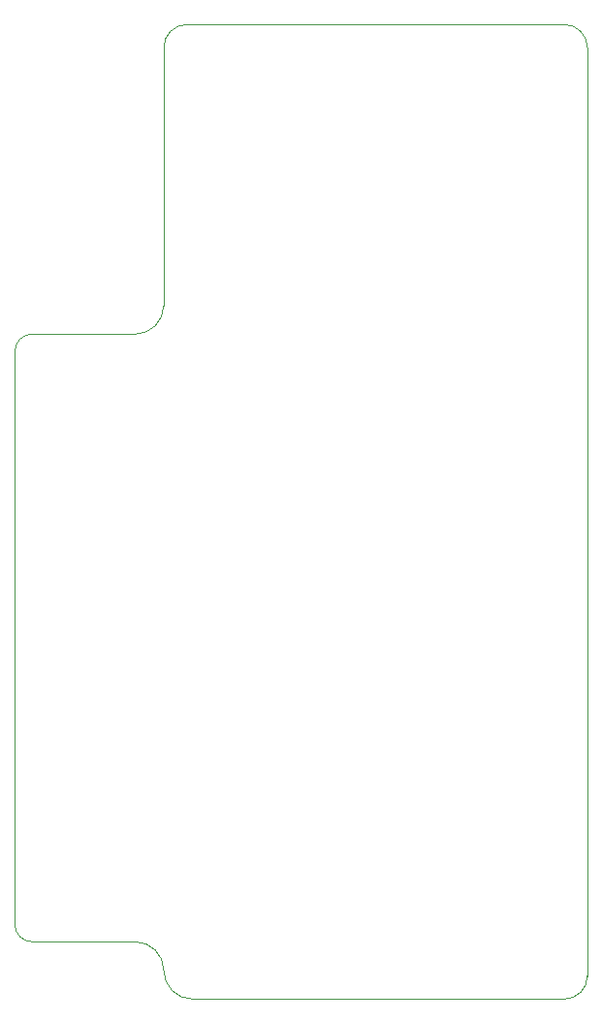
<source format=gm1>
G04 #@! TF.FileFunction,Profile,NP*
%FSLAX46Y46*%
G04 Gerber Fmt 4.6, Leading zero omitted, Abs format (unit mm)*
G04 Created by KiCad (PCBNEW 4.0.4-stable) date 12/01/16 01:31:52*
%MOMM*%
%LPD*%
G01*
G04 APERTURE LIST*
%ADD10C,0.100000*%
G04 APERTURE END LIST*
D10*
X205000000Y-67000000D02*
G75*
G03X203000000Y-65000000I-2000000J0D01*
G01*
X170000000Y-65000000D02*
G75*
G03X168000000Y-67000000I0J-2000000D01*
G01*
X156500000Y-92000000D02*
G75*
G03X155000000Y-93500000I0J-1500000D01*
G01*
X155000000Y-143500000D02*
G75*
G03X156500000Y-145000000I1500000J0D01*
G01*
X203000000Y-150000000D02*
G75*
G03X205000000Y-148000000I0J2000000D01*
G01*
X203000000Y-150000000D02*
X170500000Y-150000000D01*
X168000000Y-147500000D02*
G75*
G03X170500000Y-150000000I2500000J0D01*
G01*
X165500000Y-92000000D02*
G75*
G03X168000000Y-89500000I0J2500000D01*
G01*
X168000000Y-147500000D02*
G75*
G03X165500000Y-145000000I-2500000J0D01*
G01*
X156500000Y-145000000D02*
X165500000Y-145000000D01*
X155000000Y-93500000D02*
X155000000Y-95000000D01*
X165500000Y-92000000D02*
X156500000Y-92000000D01*
X168000000Y-67000000D02*
X168000000Y-89500000D01*
X203000000Y-65000000D02*
X170000000Y-65000000D01*
X205000000Y-95000000D02*
X205000000Y-67000000D01*
X205000000Y-95000000D02*
X205000000Y-148000000D01*
X155000000Y-143500000D02*
X155000000Y-95000000D01*
M02*

</source>
